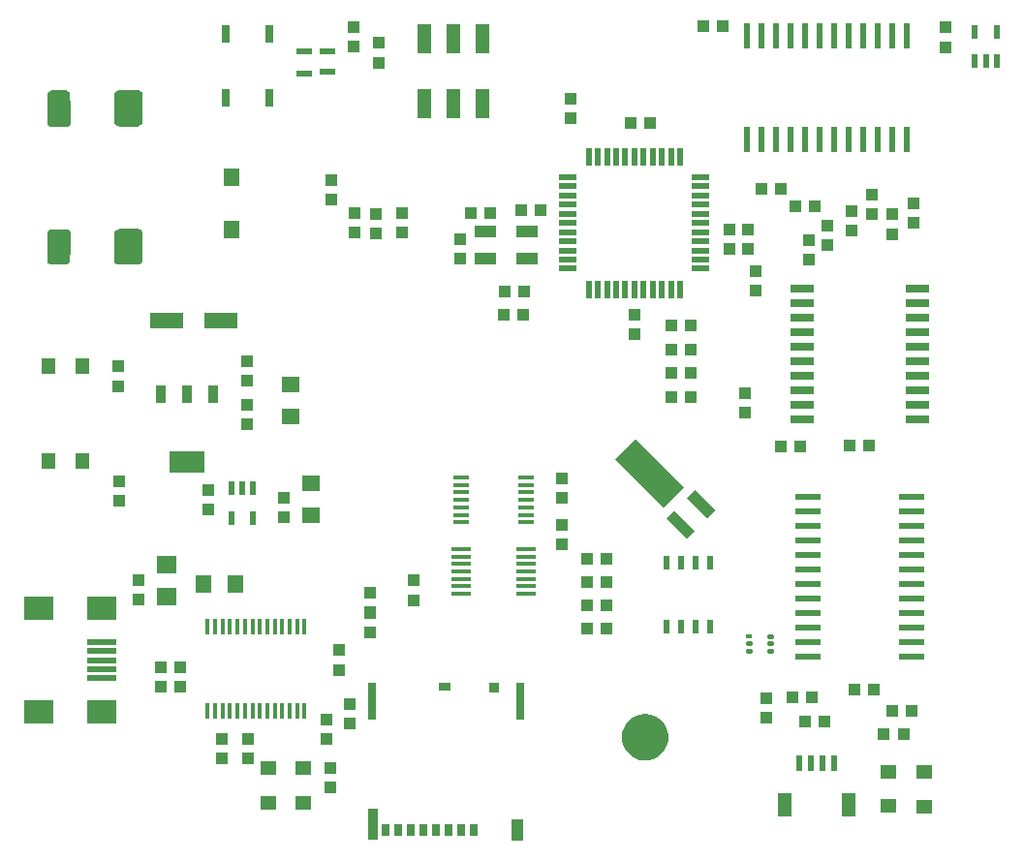
<source format=gbr>
G04 EAGLE Gerber RS-274X export*
G75*
%MOMM*%
%FSLAX34Y34*%
%LPD*%
%INSolderpaste Top*%
%IPPOS*%
%AMOC8*
5,1,8,0,0,1.08239X$1,22.5*%
G01*
%ADD10R,1.000000X1.100000*%
%ADD11R,1.100000X1.000000*%
%ADD12R,1.400000X1.200000*%
%ADD13R,0.762000X1.524000*%
%ADD14R,1.400000X1.600000*%
%ADD15R,1.800000X1.600000*%
%ADD16R,0.550000X1.200000*%
%ADD17R,1.500000X0.500000*%
%ADD18R,0.500000X1.500000*%
%ADD19R,1.600000X1.400000*%
%ADD20R,3.000000X1.400000*%
%ADD21R,0.812800X1.524000*%
%ADD22R,3.124200X1.905000*%
%ADD23R,1.470000X1.524000*%
%ADD24C,0.600000*%
%ADD25R,1.900000X1.100000*%
%ADD26R,1.200000X1.400000*%
%ADD27R,1.270000X2.540000*%
%ADD28R,2.032000X0.660400*%
%ADD29R,2.500000X0.500000*%
%ADD30R,2.500000X2.000000*%
%ADD31R,0.348000X1.397000*%
%ADD32R,1.320800X0.558800*%
%ADD33R,0.558800X2.311400*%
%ADD34R,2.311400X0.558800*%
%ADD35R,0.600000X1.350000*%
%ADD36R,1.200000X2.000000*%
%ADD37R,0.600000X0.420000*%
%ADD38C,0.420000*%
%ADD39R,0.700000X1.100000*%
%ADD40R,1.140000X1.830000*%
%ADD41R,0.860000X2.800000*%
%ADD42R,0.700000X3.330000*%
%ADD43R,0.900000X0.930000*%
%ADD44R,1.050000X0.780000*%
%ADD45R,1.000000X2.500000*%
%ADD46R,2.500000X6.000000*%
%ADD47R,0.600000X1.200000*%
%ADD48C,2.000000*%
%ADD49R,1.473200X0.355600*%
%ADD50R,1.676400X0.355600*%

G36*
X106635Y634446D02*
X106635Y634446D01*
X106665Y634451D01*
X106706Y634450D01*
X107547Y634554D01*
X107595Y634569D01*
X107684Y634586D01*
X108482Y634873D01*
X108525Y634898D01*
X108608Y634935D01*
X109323Y635391D01*
X109360Y635425D01*
X109432Y635479D01*
X110028Y636082D01*
X110057Y636123D01*
X110116Y636192D01*
X110564Y636912D01*
X110583Y636958D01*
X110625Y637039D01*
X110903Y637839D01*
X110911Y637889D01*
X110934Y637977D01*
X111028Y638819D01*
X111026Y638850D01*
X111032Y638890D01*
X111032Y661282D01*
X111037Y661993D01*
X111029Y662043D01*
X111023Y662135D01*
X110868Y662834D01*
X110849Y662881D01*
X110822Y662968D01*
X110516Y663616D01*
X110487Y663657D01*
X110442Y663737D01*
X109999Y664300D01*
X109962Y664333D01*
X109900Y664401D01*
X109343Y664851D01*
X109299Y664876D01*
X109223Y664928D01*
X108580Y665243D01*
X108532Y665257D01*
X108447Y665291D01*
X107750Y665455D01*
X107699Y665458D01*
X107604Y665472D01*
X89824Y665472D01*
X89775Y665464D01*
X89670Y665453D01*
X88835Y665245D01*
X88789Y665224D01*
X88702Y665195D01*
X87934Y664806D01*
X87894Y664776D01*
X87816Y664728D01*
X87154Y664178D01*
X87121Y664139D01*
X87056Y664075D01*
X86533Y663392D01*
X86510Y663347D01*
X86460Y663270D01*
X86102Y662487D01*
X86090Y662438D01*
X86058Y662352D01*
X85883Y661509D01*
X85882Y661459D01*
X85870Y661368D01*
X85888Y660513D01*
X85888Y638717D01*
X85893Y638686D01*
X85892Y638645D01*
X85989Y637792D01*
X86003Y637743D01*
X86021Y637652D01*
X86306Y636842D01*
X86331Y636798D01*
X86369Y636714D01*
X86828Y635988D01*
X86863Y635951D01*
X86918Y635877D01*
X87529Y635273D01*
X87570Y635244D01*
X87641Y635184D01*
X88371Y634732D01*
X88418Y634714D01*
X88501Y634671D01*
X89314Y634394D01*
X89363Y634387D01*
X89453Y634364D01*
X90308Y634276D01*
X90339Y634278D01*
X90379Y634273D01*
X106635Y634446D01*
G37*
G36*
X107145Y513336D02*
X107145Y513336D01*
X107250Y513347D01*
X108085Y513555D01*
X108131Y513576D01*
X108218Y513605D01*
X108986Y513994D01*
X109026Y514024D01*
X109104Y514072D01*
X109766Y514622D01*
X109799Y514661D01*
X109864Y514725D01*
X110387Y515408D01*
X110410Y515453D01*
X110460Y515530D01*
X110818Y516313D01*
X110830Y516362D01*
X110862Y516448D01*
X111037Y517291D01*
X111038Y517341D01*
X111050Y517432D01*
X111032Y518287D01*
X111032Y540083D01*
X111027Y540114D01*
X111028Y540155D01*
X110931Y541008D01*
X110917Y541057D01*
X110899Y541148D01*
X110614Y541958D01*
X110589Y542002D01*
X110551Y542086D01*
X110092Y542812D01*
X110057Y542849D01*
X110002Y542923D01*
X109391Y543527D01*
X109350Y543556D01*
X109279Y543616D01*
X108549Y544068D01*
X108502Y544086D01*
X108419Y544129D01*
X107606Y544406D01*
X107557Y544413D01*
X107467Y544436D01*
X106612Y544524D01*
X106581Y544522D01*
X106541Y544527D01*
X90285Y544354D01*
X90255Y544349D01*
X90214Y544350D01*
X89373Y544246D01*
X89325Y544231D01*
X89236Y544214D01*
X88438Y543927D01*
X88395Y543902D01*
X88312Y543865D01*
X87597Y543409D01*
X87560Y543375D01*
X87488Y543321D01*
X86892Y542718D01*
X86863Y542677D01*
X86804Y542608D01*
X86356Y541888D01*
X86337Y541842D01*
X86295Y541761D01*
X86017Y540961D01*
X86009Y540911D01*
X85986Y540823D01*
X85892Y539981D01*
X85894Y539950D01*
X85888Y539910D01*
X85888Y517518D01*
X85883Y516807D01*
X85891Y516757D01*
X85897Y516665D01*
X86052Y515966D01*
X86071Y515919D01*
X86098Y515832D01*
X86404Y515184D01*
X86433Y515143D01*
X86478Y515063D01*
X86921Y514500D01*
X86958Y514467D01*
X87021Y514399D01*
X87577Y513949D01*
X87621Y513924D01*
X87697Y513872D01*
X88340Y513557D01*
X88388Y513543D01*
X88473Y513509D01*
X89170Y513345D01*
X89221Y513342D01*
X89316Y513328D01*
X107096Y513328D01*
X107145Y513336D01*
G37*
G36*
X43645Y513336D02*
X43645Y513336D01*
X43750Y513347D01*
X44585Y513555D01*
X44631Y513576D01*
X44718Y513605D01*
X45486Y513994D01*
X45526Y514024D01*
X45604Y514072D01*
X46266Y514622D01*
X46299Y514661D01*
X46364Y514725D01*
X46887Y515408D01*
X46910Y515453D01*
X46960Y515530D01*
X47318Y516313D01*
X47330Y516362D01*
X47362Y516448D01*
X47537Y517291D01*
X47538Y517341D01*
X47550Y517432D01*
X47532Y518287D01*
X47532Y533012D01*
X47520Y533081D01*
X47520Y533083D01*
X47519Y533120D01*
X47518Y533121D01*
X47517Y533151D01*
X47500Y533190D01*
X47493Y533233D01*
X47457Y533293D01*
X47430Y533358D01*
X47400Y533389D01*
X47378Y533426D01*
X47324Y533470D01*
X47276Y533521D01*
X47238Y533540D01*
X47204Y533567D01*
X47138Y533590D01*
X47075Y533621D01*
X47026Y533628D01*
X46992Y533639D01*
X46950Y533638D01*
X46889Y533646D01*
X28093Y533392D01*
X28033Y533380D01*
X27971Y533379D01*
X27924Y533359D01*
X27873Y533350D01*
X27821Y533317D01*
X27764Y533294D01*
X27726Y533260D01*
X27682Y533233D01*
X27643Y533185D01*
X27598Y533143D01*
X27574Y533097D01*
X27543Y533057D01*
X27524Y532998D01*
X27495Y532943D01*
X27486Y532883D01*
X27474Y532843D01*
X27475Y532807D01*
X27468Y532758D01*
X27468Y517518D01*
X27463Y516807D01*
X27471Y516757D01*
X27477Y516665D01*
X27632Y515966D01*
X27651Y515919D01*
X27678Y515832D01*
X27984Y515184D01*
X28013Y515143D01*
X28058Y515063D01*
X28501Y514500D01*
X28538Y514467D01*
X28601Y514399D01*
X29157Y513949D01*
X29201Y513924D01*
X29277Y513872D01*
X29920Y513557D01*
X29968Y513543D01*
X30053Y513509D01*
X30750Y513345D01*
X30801Y513342D01*
X30896Y513328D01*
X43596Y513328D01*
X43645Y513336D01*
G37*
G36*
X46907Y645408D02*
X46907Y645408D01*
X46967Y645420D01*
X47029Y645421D01*
X47076Y645441D01*
X47127Y645450D01*
X47180Y645483D01*
X47236Y645506D01*
X47274Y645540D01*
X47318Y645567D01*
X47357Y645615D01*
X47402Y645657D01*
X47426Y645703D01*
X47458Y645743D01*
X47476Y645802D01*
X47505Y645857D01*
X47514Y645917D01*
X47527Y645957D01*
X47525Y645993D01*
X47532Y646042D01*
X47532Y661282D01*
X47537Y661993D01*
X47529Y662043D01*
X47523Y662135D01*
X47368Y662834D01*
X47349Y662881D01*
X47322Y662968D01*
X47016Y663616D01*
X46987Y663657D01*
X46942Y663737D01*
X46499Y664300D01*
X46462Y664333D01*
X46400Y664401D01*
X45843Y664851D01*
X45799Y664876D01*
X45723Y664928D01*
X45080Y665243D01*
X45032Y665257D01*
X44947Y665291D01*
X44250Y665455D01*
X44199Y665458D01*
X44104Y665472D01*
X31404Y665472D01*
X31355Y665464D01*
X31250Y665453D01*
X30415Y665245D01*
X30369Y665224D01*
X30282Y665195D01*
X29514Y664806D01*
X29474Y664776D01*
X29396Y664728D01*
X28734Y664178D01*
X28701Y664139D01*
X28636Y664075D01*
X28113Y663392D01*
X28090Y663347D01*
X28040Y663270D01*
X27682Y662487D01*
X27670Y662438D01*
X27638Y662352D01*
X27463Y661509D01*
X27462Y661459D01*
X27450Y661368D01*
X27468Y660513D01*
X27468Y645788D01*
X27480Y645719D01*
X27483Y645649D01*
X27500Y645610D01*
X27507Y645567D01*
X27543Y645507D01*
X27570Y645442D01*
X27600Y645411D01*
X27622Y645374D01*
X27676Y645330D01*
X27724Y645279D01*
X27762Y645260D01*
X27796Y645233D01*
X27862Y645210D01*
X27925Y645179D01*
X27974Y645172D01*
X28008Y645161D01*
X28050Y645162D01*
X28111Y645154D01*
X46907Y645408D01*
G37*
D10*
X639420Y543900D03*
X639420Y526900D03*
D11*
X758700Y102320D03*
X775700Y102320D03*
D10*
X316950Y706900D03*
X316950Y689900D03*
D11*
X537100Y636700D03*
X554100Y636700D03*
D12*
X762370Y69800D03*
X762370Y39800D03*
D13*
X183750Y658760D03*
X183750Y714640D03*
X221850Y658760D03*
X221850Y714640D03*
D11*
X499400Y215000D03*
X516400Y215000D03*
X499400Y235500D03*
X516400Y235500D03*
D10*
X291600Y111900D03*
X291600Y128900D03*
D11*
X499400Y255900D03*
X516400Y255900D03*
D10*
X107300Y220600D03*
X107300Y237600D03*
X274600Y73400D03*
X274600Y56400D03*
D11*
X443900Y489900D03*
X426900Y489900D03*
X443100Y469600D03*
X426100Y469600D03*
D10*
X202700Y98400D03*
X202700Y81400D03*
D14*
X191600Y234000D03*
X163600Y234000D03*
D11*
X126600Y161500D03*
X143600Y161500D03*
X126600Y144000D03*
X143600Y144000D03*
D10*
X180400Y98600D03*
X180400Y81600D03*
D12*
X221000Y42700D03*
X221000Y72700D03*
X251000Y42700D03*
X251000Y72700D03*
D15*
X131500Y222600D03*
X131500Y250600D03*
D16*
X838200Y690799D03*
X847700Y690799D03*
X857200Y690799D03*
X857200Y716801D03*
X838200Y716801D03*
D17*
X482700Y589600D03*
X482700Y581600D03*
X482700Y573600D03*
X482700Y565600D03*
X482700Y557600D03*
X482700Y549600D03*
X482700Y541600D03*
X482700Y533600D03*
X482700Y525600D03*
X482700Y517600D03*
X482700Y509600D03*
D18*
X500700Y491600D03*
X508700Y491600D03*
X516700Y491600D03*
X524700Y491600D03*
X532700Y491600D03*
X540700Y491600D03*
X548700Y491600D03*
X556700Y491600D03*
X564700Y491600D03*
X572700Y491600D03*
X580700Y491600D03*
D17*
X598700Y509600D03*
X598700Y517600D03*
X598700Y525600D03*
X598700Y533600D03*
X598700Y541600D03*
X598700Y549600D03*
X598700Y557600D03*
X598700Y565600D03*
X598700Y573600D03*
X598700Y581600D03*
X598700Y589600D03*
D18*
X580700Y607600D03*
X572700Y607600D03*
X564700Y607600D03*
X556700Y607600D03*
X548700Y607600D03*
X540700Y607600D03*
X532700Y607600D03*
X524700Y607600D03*
X516700Y607600D03*
X508700Y607600D03*
X500700Y607600D03*
D10*
X646500Y490800D03*
X646500Y507800D03*
X540600Y452200D03*
X540600Y469200D03*
D11*
X441800Y561200D03*
X458800Y561200D03*
D10*
X623700Y543800D03*
X623700Y526800D03*
D19*
X239900Y408600D03*
X239900Y380600D03*
D10*
X168500Y316400D03*
X168500Y299400D03*
D20*
X179500Y464500D03*
X131500Y464500D03*
D16*
X207300Y317601D03*
X197800Y317601D03*
X188300Y317601D03*
X188300Y291599D03*
X207300Y291599D03*
D10*
X234000Y292100D03*
X234000Y309100D03*
D21*
X172507Y400200D03*
X149800Y400200D03*
X126915Y400200D03*
D22*
X149800Y340790D03*
D10*
X202500Y428800D03*
X202500Y411800D03*
X202500Y390300D03*
X202500Y373300D03*
D19*
X258300Y321800D03*
X258300Y293800D03*
D23*
X188300Y589370D03*
X188300Y543830D03*
D24*
X44500Y637400D02*
X30500Y637400D01*
X30500Y655400D01*
X44500Y655400D01*
X44500Y637400D01*
X44500Y643100D02*
X30500Y643100D01*
X30500Y648800D02*
X44500Y648800D01*
X44500Y654500D02*
X30500Y654500D01*
X30500Y523400D02*
X44500Y523400D01*
X30500Y523400D02*
X30500Y541400D01*
X44500Y541400D01*
X44500Y523400D01*
X44500Y529100D02*
X30500Y529100D01*
X30500Y534800D02*
X44500Y534800D01*
X44500Y540500D02*
X30500Y540500D01*
X91500Y637400D02*
X105500Y637400D01*
X91500Y637400D02*
X91500Y655400D01*
X105500Y655400D01*
X105500Y637400D01*
X105500Y643100D02*
X91500Y643100D01*
X91500Y648800D02*
X105500Y648800D01*
X105500Y654500D02*
X91500Y654500D01*
X91500Y523400D02*
X105500Y523400D01*
X91500Y523400D02*
X91500Y541400D01*
X105500Y541400D01*
X105500Y523400D01*
X105500Y529100D02*
X91500Y529100D01*
X91500Y534800D02*
X105500Y534800D01*
X105500Y540500D02*
X91500Y540500D01*
D25*
X447000Y541800D03*
X410000Y518800D03*
X447000Y518800D03*
X410000Y541800D03*
D11*
X397700Y558000D03*
X414700Y558000D03*
D10*
X388100Y535800D03*
X388100Y518800D03*
X271500Y115100D03*
X271500Y98100D03*
X89400Y424100D03*
X89400Y407100D03*
D26*
X58100Y424800D03*
X28100Y424800D03*
D10*
X90300Y324100D03*
X90300Y307100D03*
D26*
X58100Y341400D03*
X28100Y341400D03*
D11*
X765900Y123200D03*
X782900Y123200D03*
D12*
X794000Y69600D03*
X794000Y39600D03*
D11*
X600600Y721400D03*
X617600Y721400D03*
D10*
X812500Y703400D03*
X812500Y720400D03*
D11*
X499600Y195100D03*
X516600Y195100D03*
D10*
X337700Y540900D03*
X337700Y557900D03*
X296300Y540900D03*
X296300Y557900D03*
X314500Y540800D03*
X314500Y557800D03*
X275400Y586700D03*
X275400Y569700D03*
D11*
X750000Y142000D03*
X733000Y142000D03*
D10*
X347500Y220000D03*
X347500Y237000D03*
D27*
X407900Y711000D03*
X407900Y654000D03*
X382500Y711000D03*
X382500Y654000D03*
X357100Y711000D03*
X357100Y654000D03*
D28*
X787792Y377850D03*
X787792Y390550D03*
X787792Y403250D03*
X787792Y415950D03*
X787792Y428650D03*
X787792Y441350D03*
X787792Y454050D03*
X787792Y466750D03*
X687208Y466750D03*
X687208Y454050D03*
X687208Y441350D03*
X687208Y428650D03*
X687208Y415950D03*
X687208Y403250D03*
X687208Y390550D03*
X687208Y377850D03*
X787792Y479450D03*
X787792Y492150D03*
X687208Y479450D03*
X687208Y492150D03*
D11*
X746000Y355000D03*
X729000Y355000D03*
X572500Y439000D03*
X589500Y439000D03*
D29*
X75000Y167500D03*
X75000Y175500D03*
X75000Y151500D03*
X75000Y159500D03*
D30*
X20000Y122500D03*
X20000Y212500D03*
X75000Y122500D03*
X75000Y212500D03*
D29*
X75000Y183500D03*
D31*
X252250Y123440D03*
X245750Y123440D03*
X239250Y123440D03*
X232750Y123440D03*
X226250Y123440D03*
X219750Y123440D03*
X213250Y123440D03*
X200250Y123440D03*
X206750Y123440D03*
X193750Y123440D03*
X187250Y123440D03*
X180750Y123440D03*
X174250Y123440D03*
X167750Y123440D03*
X252250Y196560D03*
X245750Y196560D03*
X239250Y196560D03*
X232750Y196560D03*
X226250Y196560D03*
X219750Y196560D03*
X213250Y196560D03*
X206750Y196560D03*
X200250Y196560D03*
X193750Y196560D03*
X187250Y196560D03*
X180750Y196560D03*
X174250Y196560D03*
X167750Y196560D03*
D10*
X282500Y176000D03*
X282500Y159000D03*
D32*
X272660Y682253D03*
X272660Y699652D03*
X252340Y699652D03*
X252340Y680348D03*
D10*
X295000Y721000D03*
X295000Y704000D03*
X785000Y549500D03*
X785000Y566500D03*
X766000Y540000D03*
X766000Y557000D03*
X748000Y557000D03*
X748000Y574000D03*
X730000Y543000D03*
X730000Y560000D03*
D11*
X669000Y579000D03*
X652000Y579000D03*
X698500Y564000D03*
X681500Y564000D03*
D10*
X709000Y530500D03*
X709000Y547500D03*
X693000Y517500D03*
X693000Y534500D03*
D33*
X638650Y622788D03*
X651350Y622788D03*
X664050Y622788D03*
X676750Y622788D03*
X689450Y622788D03*
X702150Y622788D03*
X714850Y622788D03*
X727550Y622788D03*
X740250Y622788D03*
X752950Y622788D03*
X765650Y622788D03*
X778350Y622788D03*
X778350Y713212D03*
X765650Y713212D03*
X752950Y713212D03*
X740250Y713212D03*
X727550Y713212D03*
X714850Y713212D03*
X702150Y713212D03*
X689450Y713212D03*
X676750Y713212D03*
X664050Y713212D03*
X651350Y713212D03*
X638650Y713212D03*
D34*
X782712Y170150D03*
X782712Y182850D03*
X782712Y195550D03*
X782712Y208250D03*
X782712Y220950D03*
X782712Y233650D03*
X782712Y246350D03*
X782712Y259050D03*
X782712Y271750D03*
X782712Y284450D03*
X782712Y297150D03*
X782712Y309850D03*
X692288Y309850D03*
X692288Y297150D03*
X692288Y284450D03*
X692288Y271750D03*
X692288Y259050D03*
X692288Y246350D03*
X692288Y233650D03*
X692288Y220950D03*
X692288Y208250D03*
X692288Y195550D03*
X692288Y182850D03*
X692288Y170150D03*
D11*
X690000Y114000D03*
X707000Y114000D03*
X679000Y134500D03*
X696000Y134500D03*
D35*
X685000Y77500D03*
X695000Y77500D03*
X705000Y77500D03*
X715000Y77500D03*
D36*
X728000Y40750D03*
X672000Y40750D03*
D11*
X589500Y397500D03*
X572500Y397500D03*
X589500Y418500D03*
X572500Y418500D03*
D10*
X310000Y191500D03*
X310000Y208500D03*
X310000Y226000D03*
X310000Y209000D03*
X656000Y134000D03*
X656000Y117000D03*
D37*
X640500Y188500D03*
D38*
X639600Y182000D02*
X641400Y182000D01*
X641400Y175500D02*
X639600Y175500D01*
X658600Y175500D02*
X660400Y175500D01*
X660400Y182000D02*
X658600Y182000D01*
X658600Y188500D02*
X660400Y188500D01*
D11*
X572500Y460000D03*
X589500Y460000D03*
D10*
X637500Y401000D03*
X637500Y384000D03*
D11*
X685500Y354500D03*
X668500Y354500D03*
D10*
X485000Y658500D03*
X485000Y641500D03*
D39*
X399800Y18750D03*
X388800Y18750D03*
X377800Y18750D03*
X366800Y18750D03*
X355800Y18750D03*
X344800Y18750D03*
X333800Y18750D03*
X322800Y18750D03*
D40*
X438600Y18900D03*
D41*
X312000Y23750D03*
D42*
X440800Y131400D03*
X311200Y131400D03*
D43*
X417700Y143400D03*
D44*
X375050Y144150D03*
D45*
G36*
X593394Y280717D02*
X586323Y273646D01*
X568646Y291323D01*
X575717Y298394D01*
X593394Y280717D01*
G37*
G36*
X611354Y298677D02*
X604283Y291606D01*
X586606Y309283D01*
X593677Y316354D01*
X611354Y298677D01*
G37*
D46*
G36*
X584131Y318547D02*
X566453Y300869D01*
X524027Y343295D01*
X541705Y360973D01*
X584131Y318547D01*
G37*
D47*
X606550Y253000D03*
X593850Y253000D03*
X581150Y253000D03*
X568450Y253000D03*
X568450Y197000D03*
X581150Y197000D03*
X593850Y197000D03*
X606550Y197000D03*
D48*
X540000Y100000D02*
X540003Y100245D01*
X540012Y100491D01*
X540027Y100736D01*
X540048Y100980D01*
X540075Y101224D01*
X540108Y101467D01*
X540147Y101710D01*
X540192Y101951D01*
X540243Y102191D01*
X540300Y102430D01*
X540362Y102667D01*
X540431Y102903D01*
X540505Y103137D01*
X540585Y103369D01*
X540670Y103599D01*
X540761Y103827D01*
X540858Y104052D01*
X540960Y104276D01*
X541068Y104496D01*
X541181Y104714D01*
X541299Y104929D01*
X541423Y105141D01*
X541551Y105350D01*
X541685Y105556D01*
X541824Y105758D01*
X541968Y105957D01*
X542117Y106152D01*
X542270Y106344D01*
X542428Y106532D01*
X542590Y106716D01*
X542758Y106895D01*
X542929Y107071D01*
X543105Y107242D01*
X543284Y107410D01*
X543468Y107572D01*
X543656Y107730D01*
X543848Y107883D01*
X544043Y108032D01*
X544242Y108176D01*
X544444Y108315D01*
X544650Y108449D01*
X544859Y108577D01*
X545071Y108701D01*
X545286Y108819D01*
X545504Y108932D01*
X545724Y109040D01*
X545948Y109142D01*
X546173Y109239D01*
X546401Y109330D01*
X546631Y109415D01*
X546863Y109495D01*
X547097Y109569D01*
X547333Y109638D01*
X547570Y109700D01*
X547809Y109757D01*
X548049Y109808D01*
X548290Y109853D01*
X548533Y109892D01*
X548776Y109925D01*
X549020Y109952D01*
X549264Y109973D01*
X549509Y109988D01*
X549755Y109997D01*
X550000Y110000D01*
X550245Y109997D01*
X550491Y109988D01*
X550736Y109973D01*
X550980Y109952D01*
X551224Y109925D01*
X551467Y109892D01*
X551710Y109853D01*
X551951Y109808D01*
X552191Y109757D01*
X552430Y109700D01*
X552667Y109638D01*
X552903Y109569D01*
X553137Y109495D01*
X553369Y109415D01*
X553599Y109330D01*
X553827Y109239D01*
X554052Y109142D01*
X554276Y109040D01*
X554496Y108932D01*
X554714Y108819D01*
X554929Y108701D01*
X555141Y108577D01*
X555350Y108449D01*
X555556Y108315D01*
X555758Y108176D01*
X555957Y108032D01*
X556152Y107883D01*
X556344Y107730D01*
X556532Y107572D01*
X556716Y107410D01*
X556895Y107242D01*
X557071Y107071D01*
X557242Y106895D01*
X557410Y106716D01*
X557572Y106532D01*
X557730Y106344D01*
X557883Y106152D01*
X558032Y105957D01*
X558176Y105758D01*
X558315Y105556D01*
X558449Y105350D01*
X558577Y105141D01*
X558701Y104929D01*
X558819Y104714D01*
X558932Y104496D01*
X559040Y104276D01*
X559142Y104052D01*
X559239Y103827D01*
X559330Y103599D01*
X559415Y103369D01*
X559495Y103137D01*
X559569Y102903D01*
X559638Y102667D01*
X559700Y102430D01*
X559757Y102191D01*
X559808Y101951D01*
X559853Y101710D01*
X559892Y101467D01*
X559925Y101224D01*
X559952Y100980D01*
X559973Y100736D01*
X559988Y100491D01*
X559997Y100245D01*
X560000Y100000D01*
X559997Y99755D01*
X559988Y99509D01*
X559973Y99264D01*
X559952Y99020D01*
X559925Y98776D01*
X559892Y98533D01*
X559853Y98290D01*
X559808Y98049D01*
X559757Y97809D01*
X559700Y97570D01*
X559638Y97333D01*
X559569Y97097D01*
X559495Y96863D01*
X559415Y96631D01*
X559330Y96401D01*
X559239Y96173D01*
X559142Y95948D01*
X559040Y95724D01*
X558932Y95504D01*
X558819Y95286D01*
X558701Y95071D01*
X558577Y94859D01*
X558449Y94650D01*
X558315Y94444D01*
X558176Y94242D01*
X558032Y94043D01*
X557883Y93848D01*
X557730Y93656D01*
X557572Y93468D01*
X557410Y93284D01*
X557242Y93105D01*
X557071Y92929D01*
X556895Y92758D01*
X556716Y92590D01*
X556532Y92428D01*
X556344Y92270D01*
X556152Y92117D01*
X555957Y91968D01*
X555758Y91824D01*
X555556Y91685D01*
X555350Y91551D01*
X555141Y91423D01*
X554929Y91299D01*
X554714Y91181D01*
X554496Y91068D01*
X554276Y90960D01*
X554052Y90858D01*
X553827Y90761D01*
X553599Y90670D01*
X553369Y90585D01*
X553137Y90505D01*
X552903Y90431D01*
X552667Y90362D01*
X552430Y90300D01*
X552191Y90243D01*
X551951Y90192D01*
X551710Y90147D01*
X551467Y90108D01*
X551224Y90075D01*
X550980Y90048D01*
X550736Y90027D01*
X550491Y90012D01*
X550245Y90003D01*
X550000Y90000D01*
X549755Y90003D01*
X549509Y90012D01*
X549264Y90027D01*
X549020Y90048D01*
X548776Y90075D01*
X548533Y90108D01*
X548290Y90147D01*
X548049Y90192D01*
X547809Y90243D01*
X547570Y90300D01*
X547333Y90362D01*
X547097Y90431D01*
X546863Y90505D01*
X546631Y90585D01*
X546401Y90670D01*
X546173Y90761D01*
X545948Y90858D01*
X545724Y90960D01*
X545504Y91068D01*
X545286Y91181D01*
X545071Y91299D01*
X544859Y91423D01*
X544650Y91551D01*
X544444Y91685D01*
X544242Y91824D01*
X544043Y91968D01*
X543848Y92117D01*
X543656Y92270D01*
X543468Y92428D01*
X543284Y92590D01*
X543105Y92758D01*
X542929Y92929D01*
X542758Y93105D01*
X542590Y93284D01*
X542428Y93468D01*
X542270Y93656D01*
X542117Y93848D01*
X541968Y94043D01*
X541824Y94242D01*
X541685Y94444D01*
X541551Y94650D01*
X541423Y94859D01*
X541299Y95071D01*
X541181Y95286D01*
X541068Y95504D01*
X540960Y95724D01*
X540858Y95948D01*
X540761Y96173D01*
X540670Y96401D01*
X540585Y96631D01*
X540505Y96863D01*
X540431Y97097D01*
X540362Y97333D01*
X540300Y97570D01*
X540243Y97809D01*
X540192Y98049D01*
X540147Y98290D01*
X540108Y98533D01*
X540075Y98776D01*
X540048Y99020D01*
X540027Y99264D01*
X540012Y99509D01*
X540003Y99755D01*
X540000Y100000D01*
D49*
X389306Y327000D03*
X389306Y320500D03*
X389306Y314000D03*
X389306Y307500D03*
X389306Y301000D03*
X389306Y294500D03*
X389306Y288000D03*
X445694Y288000D03*
X445694Y294500D03*
X445694Y301000D03*
X445694Y307500D03*
X445694Y314000D03*
X445694Y320500D03*
X445694Y327000D03*
D50*
X389306Y264500D03*
X389306Y258000D03*
X389306Y251500D03*
X389306Y245000D03*
X389306Y238500D03*
X389306Y232000D03*
X389306Y225500D03*
X445694Y225500D03*
X445694Y232000D03*
X445694Y238500D03*
X445694Y245000D03*
X445694Y251500D03*
X445694Y258000D03*
X445694Y264500D03*
D10*
X477500Y269000D03*
X477500Y286000D03*
X477500Y326000D03*
X477500Y309000D03*
M02*

</source>
